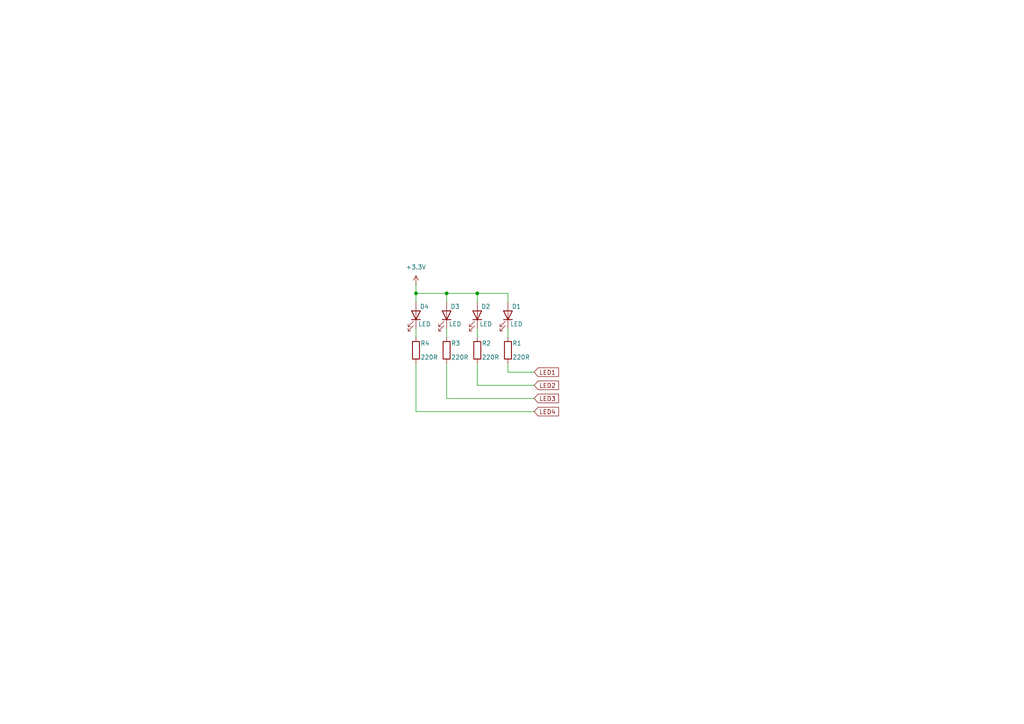
<source format=kicad_sch>
(kicad_sch (version 20231120) (generator "eeschema") (generator_version "8.0")
  (paper "A4")
  (lib_symbols
    (symbol "Device:LED" (pin_numbers hide) (pin_names (offset 1.016) hide)
      (property "Reference" "D" (at 0 2.54 0))
      (property "Value" "LED" (at 0 -2.54 0))
      (symbol "LED_0_1"
        (polyline (pts (xy -1.27 -1.27) (xy -1.27 1.27)) (stroke (width 0.254)))
        (polyline (pts (xy -1.27 0) (xy 1.27 0)))
        (polyline (pts (xy 1.27 -1.27) (xy 1.27 1.27) (xy -1.27 0) (xy 1.27 -1.27)) (stroke (width 0.254)))
        (polyline (pts (xy -3.048 -0.762) (xy -4.572 -2.286) (xy -3.81 -2.286) (xy -4.572 -2.286) (xy -4.572 -1.524)))
        (polyline (pts (xy -1.778 -0.762) (xy -3.302 -2.286) (xy -2.54 -2.286) (xy -3.302 -2.286) (xy -3.302 -1.524)))
      )
      (symbol "LED_1_1"
        (pin passive line (at -3.81 0 0) (length 2.54) (name "K") (number "1"))
        (pin passive line (at 3.81 0 180) (length 2.54) (name "A") (number "2"))
      )
    )
    (symbol "Device:R" (pin_numbers hide) (pin_names (offset 0))
      (property "Reference" "R" (at 2.032 0 90))
      (property "Value" "R" (at 0 0 90))
      (symbol "R_0_1"
        (rectangle (start -1.016 -2.54) (end 1.016 2.54) (stroke (width 0.254)))
      )
      (symbol "R_1_1"
        (pin passive line (at 0 3.81 270) (length 1.27) (name "~") (number "1"))
        (pin passive line (at 0 -3.81 90) (length 1.27) (name "~") (number "2"))
      )
    )
    (symbol "power:+3.3V" (power) (pin_numbers hide) (pin_names (offset 0) hide)
      (property "Value" "+3.3V" (at 0 3.556 0))
      (symbol "+3.3V_0_1"
        (polyline (pts (xy -0.762 1.27) (xy 0 2.54)))
        (polyline (pts (xy 0 0) (xy 0 2.54)))
        (polyline (pts (xy 0 2.54) (xy 0.762 1.27)))
      )
      (symbol "+3.3V_1_1"
        (pin power_in line (at 0 0 90) (length 0) (name "~") (number "1"))
      )
    )
  )
  (junction (at 138.43 85.09))
  (junction (at 129.54 85.09))
  (junction (at 120.65 85.09))
  (wire (pts (xy 147.32 107.95) (xy 154.94 107.95)))
  (wire (pts (xy 120.65 119.38) (xy 120.65 105.41)))
  (wire (pts (xy 120.65 82.55) (xy 120.65 85.09)))
  (wire (pts (xy 154.94 111.76) (xy 138.43 111.76)))
  (wire (pts (xy 129.54 95.25) (xy 129.54 97.79)))
  (wire (pts (xy 154.94 119.38) (xy 120.65 119.38)))
  (wire (pts (xy 138.43 85.09) (xy 138.43 87.63)))
  (wire (pts (xy 154.94 115.57) (xy 129.54 115.57)))
  (wire (pts (xy 138.43 85.09) (xy 147.32 85.09)))
  (wire (pts (xy 120.65 85.09) (xy 120.65 87.63)))
  (wire (pts (xy 147.32 95.25) (xy 147.32 97.79)))
  (wire (pts (xy 129.54 115.57) (xy 129.54 105.41)))
  (wire (pts (xy 147.32 85.09) (xy 147.32 87.63)))
  (wire (pts (xy 138.43 95.25) (xy 138.43 97.79)))
  (wire (pts (xy 147.32 105.41) (xy 147.32 107.95)))
  (wire (pts (xy 129.54 85.09) (xy 138.43 85.09)))
  (wire (pts (xy 129.54 85.09) (xy 129.54 87.63)))
  (wire (pts (xy 120.65 95.25) (xy 120.65 97.79)))
  (wire (pts (xy 138.43 111.76) (xy 138.43 105.41)))
  (wire (pts (xy 120.65 85.09) (xy 129.54 85.09)))
  (global_label "LED1" (shape input) (at 154.94 107.95 0) (property "Intersheetrefs" "${INTERSHEET_REFS}" (effects (hide yes))))
  (global_label "LED2" (shape input) (at 154.94 111.76 0) (property "Intersheetrefs" "${INTERSHEET_REFS}" (effects (hide yes))))
  (global_label "LED4" (shape input) (at 154.94 119.38 0) (property "Intersheetrefs" "${INTERSHEET_REFS}" (effects (hide yes))))
  (global_label "LED3" (shape input) (at 154.94 115.57 0) (property "Intersheetrefs" "${INTERSHEET_REFS}" (effects (hide yes))))
  (symbol (lib_id "Device:R") (at 147.32 101.6 0) (unit 1)
    (property "Reference" "R1" (at 148.59 99.568 0) (effects (justify left)))
    (property "Value" "220R" (at 148.59 103.632 0) (effects (justify left)))
    (property "Description" "Resistor" (effects (hide yes)))
  )
  (symbol (lib_id "Device:R") (at 120.65 101.6 0) (unit 1)
    (property "Reference" "R4" (at 121.92 99.568 0) (effects (justify left)))
    (property "Value" "220R" (at 121.92 103.632 0) (effects (justify left)))
    (property "Description" "Resistor" (effects (hide yes)))
  )
  (symbol (lib_id "Device:R") (at 138.43 101.6 0) (unit 1)
    (property "Reference" "R2" (at 139.7 99.568 0) (effects (justify left)))
    (property "Value" "220R" (at 139.7 103.632 0) (effects (justify left)))
    (property "Description" "Resistor" (effects (hide yes)))
  )
  (symbol (lib_id "power:+3.3V") (at 120.65 82.55 0) (unit 1)
    (property "Reference" "#PWR01" (effects (hide yes)))
    (property "Value" "+3.3V" (at 120.65 77.47 0))
    (property "Description" "Power symbol creates a global label with name \"+3.3V\"" (effects (hide yes)))
  )
  (symbol (lib_id "Device:LED") (at 138.43 91.44 270) (mirror x) (unit 1)
    (property "Reference" "D2" (at 142.24 88.9 90) (effects (justify right)))
    (property "Value" "LED" (at 142.748 93.98 90) (effects (justify right)))
    (property "Description" "Light emitting diode" (effects (hide yes)))
  )
  (symbol (lib_id "Device:LED") (at 129.54 91.44 270) (mirror x) (unit 1)
    (property "Reference" "D3" (at 133.35 88.9 90) (effects (justify right)))
    (property "Value" "LED" (at 133.858 93.98 90) (effects (justify right)))
    (property "Description" "Light emitting diode" (effects (hide yes)))
  )
  (symbol (lib_id "Device:R") (at 129.54 101.6 0) (unit 1)
    (property "Reference" "R3" (at 130.81 99.568 0) (effects (justify left)))
    (property "Value" "220R" (at 130.81 103.632 0) (effects (justify left)))
    (property "Description" "Resistor" (effects (hide yes)))
  )
  (symbol (lib_id "Device:LED") (at 147.32 91.44 270) (mirror x) (unit 1)
    (property "Reference" "D1" (at 151.13 88.9 90) (effects (justify right)))
    (property "Value" "LED" (at 151.638 93.98 90) (effects (justify right)))
    (property "Description" "Light emitting diode" (effects (hide yes)))
  )
  (symbol (lib_id "Device:LED") (at 120.65 91.44 270) (mirror x) (unit 1)
    (property "Reference" "D4" (at 124.46 88.9 90) (effects (justify right)))
    (property "Value" "LED" (at 124.968 93.98 90) (effects (justify right)))
    (property "Description" "Light emitting diode" (effects (hide yes)))
  )
)
</source>
